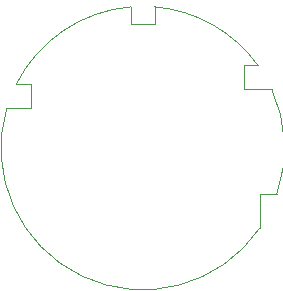
<source format=gbr>
G04 #@! TF.GenerationSoftware,KiCad,Pcbnew,(5.0.2)-1*
G04 #@! TF.CreationDate,2019-04-15T20:42:24-05:00*
G04 #@! TF.ProjectId,testDesign2,74657374-4465-4736-9967-6e322e6b6963,rev?*
G04 #@! TF.SameCoordinates,Original*
G04 #@! TF.FileFunction,Profile,NP*
%FSLAX46Y46*%
G04 Gerber Fmt 4.6, Leading zero omitted, Abs format (unit mm)*
G04 Created by KiCad (PCBNEW (5.0.2)-1) date 4/15/2019 8:42:24 PM*
%MOMM*%
%LPD*%
G01*
G04 APERTURE LIST*
%ADD10C,0.010000*%
G04 APERTURE END LIST*
D10*
X58500073Y-37339134D02*
G75*
G02X67249999Y-42300001I-1000073J-11960866D01*
G01*
X68410165Y-44299924D02*
G75*
G02X68849999Y-53199999I-10910165J-5000076D01*
G01*
X67402120Y-56081451D02*
G75*
G02X45990001Y-45900001I-9902120J6781451D01*
G01*
X46781371Y-43900689D02*
G75*
G02X56500001Y-37340001I10718629J-5399311D01*
G01*
X66100000Y-42300000D02*
X66100000Y-44300000D01*
X67400000Y-53200000D02*
X67400000Y-56080000D01*
X67400000Y-53200000D02*
X68850000Y-53200000D01*
X58500000Y-38800000D02*
X58500000Y-37340000D01*
X56500000Y-38800000D02*
X56500000Y-37340000D01*
X66100000Y-42300000D02*
X67250000Y-42300000D01*
X66100000Y-44300000D02*
X68410000Y-44300000D01*
X48000000Y-43900000D02*
X46780000Y-43900000D01*
X48000000Y-45900000D02*
X48000000Y-43900000D01*
X45990000Y-45900000D02*
X48000000Y-45900000D01*
X56500000Y-38800000D02*
X58500000Y-38800000D01*
M02*

</source>
